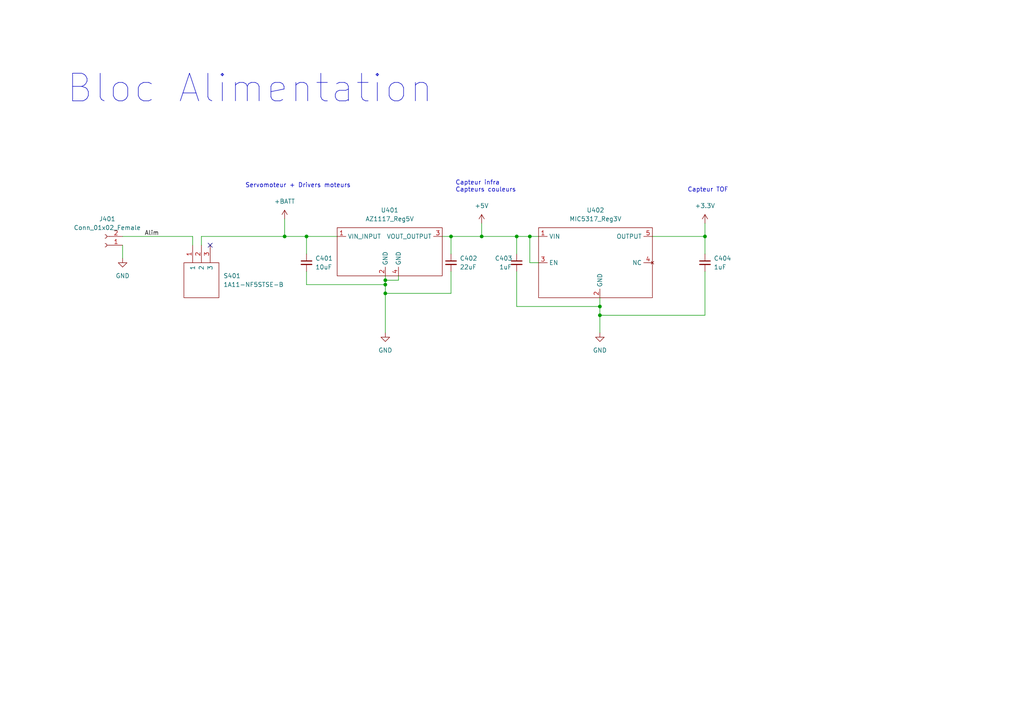
<source format=kicad_sch>
(kicad_sch (version 20211123) (generator eeschema)
  (paper "A4")
  (lib_symbols
    (symbol "AZ1117_Reg5V:AZ1117_Reg5V"
      (property "Reference" "U401" (at 1.27 3.81 0))
      (property "Value" "AZ1117_Reg5V" (at 1.27 1.27 0))
      (symbol "AZ1117_Reg5V_0_1"
        (rectangle (start -13.97 -1.27) (end 16.51 -15.24))
      )
      (symbol "AZ1117_Reg5V_1_1"
        (pin power_in line (at -13.97 -3.81 0) (length 2.54) (name "VIN_INPUT") (number "1"))
        (pin power_in line (at 0 -15.24 90) (length 2.54) (name "GND") (number "2"))
        (pin power_out line (at 16.51 -3.81 180) (length 2.54) (name "VOUT_OUTPUT") (number "3"))
        (pin power_in line (at 3.81 -15.24 90) (length 2.54) (name "GND") (number "4"))
      )
    )
    (symbol "Connector:Conn_01x02_Female" (pin_names (offset 1.016) hide)
      (property "Reference" "J" (at 0 2.54 0))
      (property "Value" "Conn_01x02_Female" (at 0 -5.08 0))
      (symbol "Conn_01x02_Female_1_1"
        (arc (start 0 -2.032) (mid -0.508 -2.54) (end 0 -3.048) (stroke (width 0.1524)))
        (polyline (pts (xy -1.27 -2.54) (xy -0.508 -2.54)) (stroke (width 0.1524)))
        (polyline (pts (xy -1.27 0) (xy -0.508 0)) (stroke (width 0.1524)))
        (arc (start 0 0.508) (mid -0.508 0) (end 0 -0.508) (stroke (width 0.1524)))
        (pin passive line (at -5.08 0 0) (length 3.81) (name "Pin_1") (number "1"))
        (pin passive line (at -5.08 -2.54 0) (length 3.81) (name "Pin_2") (number "2"))
      )
    )
    (symbol "Device:C_Small" (pin_numbers hide) (pin_names (offset 0.254) hide)
      (property "Reference" "C" (at 0.254 1.778 0))
      (property "Value" "C_Small" (at 0.254 -2.032 0))
      (symbol "C_Small_0_1"
        (polyline (pts (xy -1.524 -0.508) (xy 1.524 -0.508)) (stroke (width 0.3302)))
        (polyline (pts (xy -1.524 0.508) (xy 1.524 0.508)) (stroke (width 0.3048)))
      )
      (symbol "C_Small_1_1"
        (pin passive line (at 0 2.54 270) (length 2.032) (name "~") (number "1"))
        (pin passive line (at 0 -2.54 90) (length 2.032) (name "~") (number "2"))
      )
    )
    (symbol "MIC5317_Reg3V:MIC5317_Reg3V"
      (property "Reference" "U402" (at -1.27 2.54 0))
      (property "Value" "MIC5317_Reg3V" (at -1.27 0 0))
      (symbol "MIC5317_Reg3V_0_1"
        (rectangle (start -17.78 -2.54) (end 15.24 -22.86))
      )
      (symbol "MIC5317_Reg3V_1_1"
        (pin power_in line (at -17.78 -5.08 0) (length 2.54) (name "VIN") (number "1"))
        (pin power_in line (at 0 -22.86 90) (length 2.54) (name "GND") (number "2"))
        (pin bidirectional line (at -17.78 -12.7 0) (length 2.54) (name "EN") (number "3"))
        (pin no_connect line (at 15.24 -12.7 180) (length 2.54) (name "NC") (number "4"))
        (pin power_out line (at 15.24 -5.08 180) (length 2.54) (name "OUTPUT") (number "5"))
      )
    )
    (symbol "SamacSys_Parts:1A11-NF5STSE-B" (pin_names (offset 0.762))
      (property "Reference" "S" (at 16.51 7.62 0))
      (property "Value" "1A11-NF5STSE-B" (at 16.51 5.08 0))
      (symbol "1A11-NF5STSE-B_0_0"
        (pin passive line (at 0 -5.08 0) (length 5.08) (name "1") (number "1"))
        (pin passive line (at 0 -2.54 0) (length 5.08) (name "2") (number "2"))
        (pin passive line (at 0 0 0) (length 5.08) (name "3") (number "3"))
      )
      (symbol "1A11-NF5STSE-B_0_1"
        (polyline (pts (xy 5.08 2.54) (xy 15.24 2.54) (xy 15.24 -7.62) (xy 5.08 -7.62) (xy 5.08 2.54)) (stroke (width 0.1524)))
      )
    )
    (symbol "power:+3.3V" (power) (pin_names (offset 0))
      (property "Value" "+3.3V" (at 0 3.556 0))
      (symbol "+3.3V_0_1"
        (polyline (pts (xy -0.762 1.27) (xy 0 2.54)))
        (polyline (pts (xy 0 0) (xy 0 2.54)))
        (polyline (pts (xy 0 2.54) (xy 0.762 1.27)))
      )
      (symbol "+3.3V_1_1"
        (pin power_in line (at 0 0 90) (length 0) hide (name "+3.3V") (number "1"))
      )
    )
    (symbol "power:+5V" (power) (pin_names (offset 0))
      (property "Value" "+5V" (at 0 3.556 0))
      (symbol "+5V_0_1"
        (polyline (pts (xy -0.762 1.27) (xy 0 2.54)))
        (polyline (pts (xy 0 0) (xy 0 2.54)))
        (polyline (pts (xy 0 2.54) (xy 0.762 1.27)))
      )
      (symbol "+5V_1_1"
        (pin power_in line (at 0 0 90) (length 0) hide (name "+5V") (number "1"))
      )
    )
    (symbol "power:+BATT" (power) (pin_names (offset 0))
      (property "Value" "+BATT" (at 0 3.556 0))
      (symbol "+BATT_0_1"
        (polyline (pts (xy -0.762 1.27) (xy 0 2.54)))
        (polyline (pts (xy 0 0) (xy 0 2.54)))
        (polyline (pts (xy 0 2.54) (xy 0.762 1.27)))
      )
      (symbol "+BATT_1_1"
        (pin power_in line (at 0 0 90) (length 0) hide (name "+BATT") (number "1"))
      )
    )
    (symbol "power:GND" (power) (pin_names (offset 0))
      (property "Value" "GND" (at 0 -3.81 0))
      (symbol "GND_0_1"
        (polyline (pts (xy 0 0) (xy 0 -1.27) (xy 1.27 -1.27) (xy 0 -2.54) (xy -1.27 -1.27) (xy 0 -1.27)))
      )
      (symbol "GND_1_1"
        (pin power_in line (at 0 0 270) (length 0) hide (name "GND") (number "1"))
      )
    )
  )
  (junction (at 173.99 88.9))
  (junction (at 153.67 68.58))
  (junction (at 139.7 68.58))
  (junction (at 111.76 81.28))
  (junction (at 204.47 68.58))
  (junction (at 88.9 68.58))
  (junction (at 111.76 82.55))
  (junction (at 111.76 85.09))
  (junction (at 149.86 68.58))
  (junction (at 173.99 91.44))
  (junction (at 82.55 68.58))
  (junction (at 130.81 68.58))
  (no_connect (at 60.96 71.12))
  (wire (pts (xy 130.81 68.58) (xy 130.81 73.66)))
  (wire (pts (xy 130.81 78.74) (xy 130.81 85.09)))
  (wire (pts (xy 189.23 68.58) (xy 204.47 68.58)))
  (wire (pts (xy 111.76 85.09) (xy 130.81 85.09)))
  (wire (pts (xy 82.55 63.5) (xy 82.55 68.58)))
  (wire (pts (xy 111.76 82.55) (xy 111.76 85.09)))
  (wire (pts (xy 58.42 71.12) (xy 58.42 68.58)))
  (wire (pts (xy 115.57 81.28) (xy 111.76 81.28)))
  (wire (pts (xy 58.42 68.58) (xy 82.55 68.58)))
  (wire (pts (xy 35.56 68.58) (xy 55.88 68.58)))
  (wire (pts (xy 204.47 64.77) (xy 204.47 68.58)))
  (wire (pts (xy 204.47 68.58) (xy 204.47 73.66)))
  (wire (pts (xy 156.21 76.2) (xy 153.67 76.2)))
  (wire (pts (xy 173.99 88.9) (xy 173.99 91.44)))
  (wire (pts (xy 139.7 64.77) (xy 139.7 68.58)))
  (wire (pts (xy 204.47 91.44) (xy 173.99 91.44)))
  (wire (pts (xy 149.86 78.74) (xy 149.86 88.9)))
  (wire (pts (xy 149.86 88.9) (xy 173.99 88.9)))
  (wire (pts (xy 173.99 86.36) (xy 173.99 88.9)))
  (wire (pts (xy 153.67 68.58) (xy 156.21 68.58)))
  (wire (pts (xy 153.67 68.58) (xy 153.67 76.2)))
  (wire (pts (xy 173.99 91.44) (xy 173.99 96.52)))
  (wire (pts (xy 111.76 85.09) (xy 111.76 96.52)))
  (wire (pts (xy 82.55 68.58) (xy 88.9 68.58)))
  (wire (pts (xy 204.47 78.74) (xy 204.47 91.44)))
  (wire (pts (xy 111.76 81.28) (xy 111.76 82.55)))
  (wire (pts (xy 35.56 71.12) (xy 35.56 74.93)))
  (wire (pts (xy 55.88 68.58) (xy 55.88 71.12)))
  (wire (pts (xy 149.86 68.58) (xy 149.86 73.66)))
  (wire (pts (xy 139.7 68.58) (xy 149.86 68.58)))
  (wire (pts (xy 88.9 78.74) (xy 88.9 82.55)))
  (wire (pts (xy 130.81 68.58) (xy 139.7 68.58)))
  (wire (pts (xy 149.86 68.58) (xy 153.67 68.58)))
  (wire (pts (xy 88.9 68.58) (xy 88.9 73.66)))
  (wire (pts (xy 88.9 82.55) (xy 111.76 82.55)))
  (wire (pts (xy 97.79 68.58) (xy 88.9 68.58)))
  (wire (pts (xy 111.76 80.01) (xy 111.76 81.28)))
  (wire (pts (xy 128.27 68.58) (xy 130.81 68.58)))
  (wire (pts (xy 115.57 80.01) (xy 115.57 81.28)))
  (text "Servomoteur + Drivers moteurs" (at 71.12 54.61 0) (effects (font (size 1.27 1.27)) (justify left bottom)))
  (text "Bloc Alimentation" (at 19.05 30.48 0) (effects (font (size 8 8)) (justify left bottom)))
  (text "Capteur infra\nCapteurs couleurs" (at 132.08 55.88 0) (effects (font (size 1.27 1.27)) (justify left bottom)))
  (text "Capteur TOF" (at 199.39 55.88 0) (effects (font (size 1.27 1.27)) (justify left bottom)))
  (label "Alim" (at 41.91 68.58 0))
  (symbol (lib_id "SamacSys_Parts:1A11-NF5STSE-B") (at 60.96 71.12 270) (unit 1)
    (property "Reference" "S401" (at 64.77 80.0099 90) (effects (justify left)))
    (property "Value" "1A11-NF5STSE-B" (at 64.77 82.5499 90) (effects (justify left)))
    (property "Footprint" "kicad:1A11-NF5STSE-B" (effects hide))
    (property "Datasheet" "http://uk.rs-online.com/web/p/products/4480747" (effects hide))
    (property "Description" "SPDT on-on solder tag toggle switch 5A Toggle Switch SPDT On-On, 5 A@ 125 V ac, 5 A@ 28 V dc, Panel Mount" (effects hide))
    (property "Manufacturer_Name" "RS Components" (effects hide))
    (property "Manufacturer_Part_Number" "1A11-NF5STSE-B" (effects hide))
  )
  (symbol (lib_id "Device:C_Small") (at 204.47 76.2 0) (unit 1)
    (property "Reference" "C404" (at 207.01 74.9362 0) (effects (justify left)))
    (property "Value" "1uF" (at 207.01 77.4762 0) (effects (justify left)))
    (property "Footprint" "Capacitor_SMD:C_0603_1608Metric_Pad1.08x0.95mm_HandSolder" (effects hide))
  )
  (symbol (lib_id "power:GND") (at 35.56 74.93 0) (unit 1)
    (property "Reference" "#PWR0401" (effects hide))
    (property "Value" "GND" (at 35.56 80.01 0))
  )
  (symbol (lib_id "power:+3.3V") (at 204.47 64.77 0) (unit 1)
    (property "Reference" "#PWR0407" (effects hide))
    (property "Value" "+3.3V" (at 204.47 59.69 0))
  )
  (symbol (lib_id "power:+5V") (at 139.7 64.77 0) (unit 1)
    (property "Reference" "#PWR0404" (effects hide))
    (property "Value" "+5V" (at 139.7 59.69 0))
  )
  (symbol (lib_id "power:GND") (at 173.99 96.52 0) (unit 1)
    (property "Reference" "#PWR0406" (effects hide))
    (property "Value" "GND" (at 173.99 101.6 0))
  )
  (symbol (lib_id "power:GND") (at 111.76 96.52 0) (unit 1)
    (property "Reference" "#PWR0403" (effects hide))
    (property "Value" "GND" (at 111.76 101.6 0))
  )
  (symbol (lib_id "Device:C_Small") (at 130.81 76.2 0) (unit 1)
    (property "Reference" "C402" (at 133.35 74.9362 0) (effects (justify left)))
    (property "Value" "22uF" (at 133.35 77.4762 0) (effects (justify left)))
    (property "Footprint" "Capacitor_THT:C_Radial_D5.0mm_H5.0mm_P2.00mm" (effects hide))
  )
  (symbol (lib_id "Device:C_Small") (at 88.9 76.2 0) (unit 1)
    (property "Reference" "C401" (at 91.44 74.9362 0) (effects (justify left)))
    (property "Value" "10uF" (at 91.44 77.4762 0) (effects (justify left)))
    (property "Footprint" "Capacitor_THT:C_Radial_D5.0mm_H5.0mm_P2.00mm" (effects hide))
  )
  (symbol (lib_id "AZ1117_Reg5V:AZ1117_Reg5V") (at 111.76 64.77 0) (unit 1)
    (property "Reference" "U401" (at 113.03 60.96 0))
    (property "Value" "AZ1117_Reg5V" (at 113.03 63.5 0))
    (property "Footprint" "kicad:SOT230P700X180-4N" (effects hide))
  )
  (symbol (lib_id "MIC5317_Reg3V:MIC5317_Reg3V") (at 173.99 63.5 0) (unit 1)
    (property "Reference" "U402" (at 172.72 60.96 0))
    (property "Value" "MIC5317_Reg3V" (at 172.72 63.5 0))
    (property "Footprint" "SOT95P280X145-5N:SOT95P280X145-5N" (effects hide))
  )
  (symbol (lib_id "power:+BATT") (at 82.55 63.5 0) (unit 1)
    (property "Reference" "#PWR0402" (effects hide))
    (property "Value" "+BATT" (at 82.55 58.42 0))
  )
  (symbol (lib_id "Connector:Conn_01x02_Female") (at 30.48 71.12 180) (unit 1)
    (property "Reference" "J401" (at 31.115 63.5 0))
    (property "Value" "Conn_01x02_Female" (at 31.115 66.04 0))
    (property "Footprint" "Connector_JST:JST_XH_B2B-XH-A_1x02_P2.50mm_Vertical" (effects hide))
  )
  (symbol (lib_id "Device:C_Small") (at 149.86 76.2 0) (unit 1)
    (property "Reference" "C403" (at 143.51 74.93 0) (effects (justify left)))
    (property "Value" "1uF" (at 144.78 77.47 0) (effects (justify left)))
    (property "Footprint" "Capacitor_SMD:C_0603_1608Metric_Pad1.08x0.95mm_HandSolder" (effects hide))
  )
)
</source>
